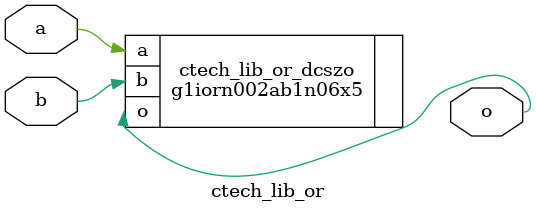
<source format=sv>

module ctech_lib_or (
   input logic a,
   input logic b,
   output logic o );

  g1iorn002ab1n06x5 ctech_lib_or_dcszo (.a(a), .b(b), .o(o));

endmodule // ctech_lib_or

</source>
